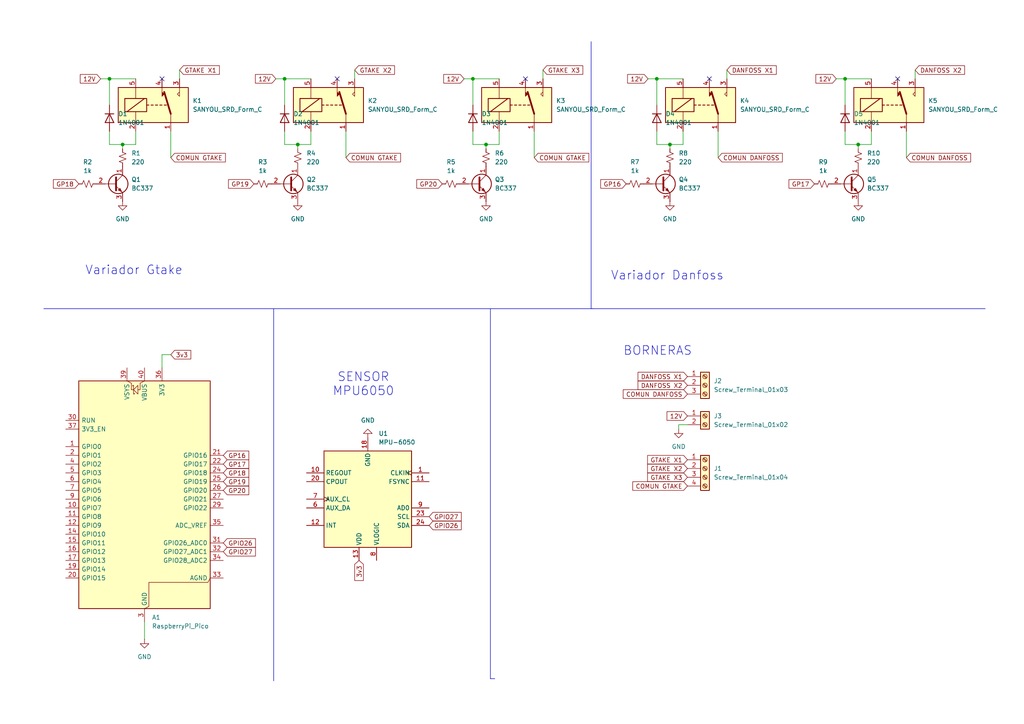
<source format=kicad_sch>
(kicad_sch (version 20250114) (generator "eeschema") (generator_version "9.0")
  (paper "A4")
  (lib_symbols
    (symbol "Connector:Screw_Terminal_01x02" (pin_names (offset 1.016) (hide yes))
      (property "Reference" "J" (at 0 2.54 0))
      (property "Value" "Screw_Terminal_01x02" (at 0 -5.08 0))
      (symbol "Screw_Terminal_01x02_1_1"
        (rectangle (start -1.27 1.27) (end 1.27 -3.81) (stroke (width 0.254)) (fill (type background)))
        (polyline (pts (xy -0.5334 0.3302) (xy 0.3302 -0.508)) (stroke (width 0.1524)))
        (polyline (pts (xy -0.5334 -2.2098) (xy 0.3302 -3.048)) (stroke (width 0.1524)))
        (polyline (pts (xy -0.3556 0.508) (xy 0.508 -0.3302)) (stroke (width 0.1524)))
        (polyline (pts (xy -0.3556 -2.032) (xy 0.508 -2.8702)) (stroke (width 0.1524)))
        (circle (center 0 0) (radius 0.635) (stroke (width 0.1524)))
        (circle (center 0 -2.54) (radius 0.635) (stroke (width 0.1524)))
        (pin passive line (at -5.08 0 0) (length 3.81) (name "Pin_1") (number "1"))
        (pin passive line (at -5.08 -2.54 0) (length 3.81) (name "Pin_2") (number "2"))
      )
    )
    (symbol "Connector:Screw_Terminal_01x03" (pin_names (offset 1.016) (hide yes))
      (property "Reference" "J" (at 0 5.08 0))
      (property "Value" "Screw_Terminal_01x03" (at 0 -5.08 0))
      (symbol "Screw_Terminal_01x03_1_1"
        (rectangle (start -1.27 3.81) (end 1.27 -3.81) (stroke (width 0.254)) (fill (type background)))
        (polyline (pts (xy -0.5334 2.8702) (xy 0.3302 2.032)) (stroke (width 0.1524)))
        (polyline (pts (xy -0.5334 0.3302) (xy 0.3302 -0.508)) (stroke (width 0.1524)))
        (polyline (pts (xy -0.5334 -2.2098) (xy 0.3302 -3.048)) (stroke (width 0.1524)))
        (polyline (pts (xy -0.3556 3.048) (xy 0.508 2.2098)) (stroke (width 0.1524)))
        (polyline (pts (xy -0.3556 0.508) (xy 0.508 -0.3302)) (stroke (width 0.1524)))
        (polyline (pts (xy -0.3556 -2.032) (xy 0.508 -2.8702)) (stroke (width 0.1524)))
        (circle (center 0 2.54) (radius 0.635) (stroke (width 0.1524)))
        (circle (center 0 0) (radius 0.635) (stroke (width 0.1524)))
        (circle (center 0 -2.54) (radius 0.635) (stroke (width 0.1524)))
        (pin passive line (at -5.08 2.54 0) (length 3.81) (name "Pin_1") (number "1"))
        (pin passive line (at -5.08 0 0) (length 3.81) (name "Pin_2") (number "2"))
        (pin passive line (at -5.08 -2.54 0) (length 3.81) (name "Pin_3") (number "3"))
      )
    )
    (symbol "Connector:Screw_Terminal_01x04" (pin_names (offset 1.016) (hide yes))
      (property "Reference" "J" (at 0 5.08 0))
      (property "Value" "Screw_Terminal_01x04" (at 0 -7.62 0))
      (symbol "Screw_Terminal_01x04_1_1"
        (rectangle (start -1.27 3.81) (end 1.27 -6.35) (stroke (width 0.254)) (fill (type background)))
        (polyline (pts (xy -0.5334 2.8702) (xy 0.3302 2.032)) (stroke (width 0.1524)))
        (polyline (pts (xy -0.5334 0.3302) (xy 0.3302 -0.508)) (stroke (width 0.1524)))
        (polyline (pts (xy -0.5334 -2.2098) (xy 0.3302 -3.048)) (stroke (width 0.1524)))
        (polyline (pts (xy -0.5334 -4.7498) (xy 0.3302 -5.588)) (stroke (width 0.1524)))
        (polyline (pts (xy -0.3556 3.048) (xy 0.508 2.2098)) (stroke (width 0.1524)))
        (polyline (pts (xy -0.3556 0.508) (xy 0.508 -0.3302)) (stroke (width 0.1524)))
        (polyline (pts (xy -0.3556 -2.032) (xy 0.508 -2.8702)) (stroke (width 0.1524)))
        (polyline (pts (xy -0.3556 -4.572) (xy 0.508 -5.4102)) (stroke (width 0.1524)))
        (circle (center 0 2.54) (radius 0.635) (stroke (width 0.1524)))
        (circle (center 0 0) (radius 0.635) (stroke (width 0.1524)))
        (circle (center 0 -2.54) (radius 0.635) (stroke (width 0.1524)))
        (circle (center 0 -5.08) (radius 0.635) (stroke (width 0.1524)))
        (pin passive line (at -5.08 2.54 0) (length 3.81) (name "Pin_1") (number "1"))
        (pin passive line (at -5.08 0 0) (length 3.81) (name "Pin_2") (number "2"))
        (pin passive line (at -5.08 -2.54 0) (length 3.81) (name "Pin_3") (number "3"))
        (pin passive line (at -5.08 -5.08 0) (length 3.81) (name "Pin_4") (number "4"))
      )
    )
    (symbol "Device:R_Small_US" (pin_numbers (hide yes)) (pin_names (offset 0.254) (hide yes))
      (property "Reference" "R" (at 0.762 0.508 0))
      (property "Value" "R_Small_US" (at 0.762 -1.016 0))
      (symbol "R_Small_US_1_1"
        (polyline (pts (xy 0 1.524) (xy 1.016 1.143) (xy 0 0.762) (xy -1.016 0.381) (xy 0 0)))
        (polyline (pts (xy 0 0) (xy 1.016 -0.381) (xy 0 -0.762) (xy -1.016 -1.143) (xy 0 -1.524)))
        (pin passive line (at 0 2.54 270) (length 1.016) (name "~") (number "1"))
        (pin passive line (at 0 -2.54 90) (length 1.016) (name "~") (number "2"))
      )
    )
    (symbol "Diode:1N4001" (pin_numbers (hide yes)) (pin_names (hide yes))
      (property "Reference" "D" (at 0 2.54 0))
      (property "Value" "1N4001" (at 0 -2.54 0))
      (symbol "1N4001_0_1"
        (polyline (pts (xy -1.27 1.27) (xy -1.27 -1.27)) (stroke (width 0.254)))
        (polyline (pts (xy 1.27 1.27) (xy 1.27 -1.27) (xy -1.27 0) (xy 1.27 1.27)) (stroke (width 0.254)))
        (polyline (pts (xy 1.27 0) (xy -1.27 0)))
      )
      (symbol "1N4001_1_1"
        (pin passive line (at -3.81 0 0) (length 2.54) (name "K") (number "1"))
        (pin passive line (at 3.81 0 180) (length 2.54) (name "A") (number "2"))
      )
    )
    (symbol "MCU_Module:RaspberryPi_Pico" (pin_names (offset 0.762))
      (property "Reference" "A" (at -19.05 35.56 0))
      (property "Value" "RaspberryPi_Pico" (at 7.62 35.56 0))
      (symbol "RaspberryPi_Pico_0_1"
        (rectangle (start -19.05 34.29) (end 19.05 -31.75) (stroke (width 0.254)) (fill (type background)))
        (polyline (pts (xy -5.08 34.29) (xy -3.81 33.655) (xy -3.81 31.75) (xy -3.175 31.75)))
        (polyline (pts (xy -3.429 32.766) (xy -3.429 33.02) (xy -3.175 33.02) (xy -3.175 30.48) (xy -2.921 30.48) (xy -2.921 30.734)))
        (polyline (pts (xy -3.175 31.75) (xy -1.905 33.02) (xy -1.905 30.48) (xy -3.175 31.75)))
        (polyline (pts (xy 0 34.29) (xy -1.27 33.655) (xy -1.27 31.75) (xy -1.905 31.75)))
        (polyline (pts (xy 0 -31.75) (xy 1.27 -31.115) (xy 1.27 -24.13) (xy 18.415 -24.13) (xy 19.05 -22.86)))
      )
      (symbol "RaspberryPi_Pico_1_1"
        (pin passive line (at -22.86 22.86 0) (length 3.81) (name "RUN") (number "30"))
        (pin passive line (at -22.86 20.32 0) (length 3.81) (name "3V3_EN") (number "37"))
        (pin bidirectional line (at -22.86 15.24 0) (length 3.81) (name "GPIO0") (number "1"))
        (pin bidirectional line (at -22.86 12.7 0) (length 3.81) (name "GPIO1") (number "2"))
        (pin bidirectional line (at -22.86 10.16 0) (length 3.81) (name "GPIO2") (number "4"))
        (pin bidirectional line (at -22.86 7.62 0) (length 3.81) (name "GPIO3") (number "5"))
        (pin bidirectional line (at -22.86 5.08 0) (length 3.81) (name "GPIO4") (number "6"))
        (pin bidirectional line (at -22.86 2.54 0) (length 3.81) (name "GPIO5") (number "7"))
        (pin bidirectional line (at -22.86 0 0) (length 3.81) (name "GPIO6") (number "9"))
        (pin bidirectional line (at -22.86 -2.54 0) (length 3.81) (name "GPIO7") (number "10"))
        (pin bidirectional line (at -22.86 -5.08 0) (length 3.81) (name "GPIO8") (number "11"))
        (pin bidirectional line (at -22.86 -7.62 0) (length 3.81) (name "GPIO9") (number "12"))
        (pin bidirectional line (at -22.86 -10.16 0) (length 3.81) (name "GPIO10") (number "14"))
        (pin bidirectional line (at -22.86 -12.7 0) (length 3.81) (name "GPIO11") (number "15"))
        (pin bidirectional line (at -22.86 -15.24 0) (length 3.81) (name "GPIO12") (number "16"))
        (pin bidirectional line (at -22.86 -17.78 0) (length 3.81) (name "GPIO13") (number "17"))
        (pin bidirectional line (at -22.86 -20.32 0) (length 3.81) (name "GPIO14") (number "19"))
        (pin bidirectional line (at -22.86 -22.86 0) (length 3.81) (name "GPIO15") (number "20"))
        (pin power_in line (at -5.08 38.1 270) (length 3.81) (name "VSYS") (number "39"))
        (pin power_out line (at 0 38.1 270) (length 3.81) (name "VBUS") (number "40"))
        (pin passive line (at 0 -35.56 90) (length 3.81) (hide yes) (name "GND") (number "13"))
        (pin passive line (at 0 -35.56 90) (length 3.81) (hide yes) (name "GND") (number "18"))
        (pin passive line (at 0 -35.56 90) (length 3.81) (hide yes) (name "GND") (number "23"))
        (pin passive line (at 0 -35.56 90) (length 3.81) (hide yes) (name "GND") (number "28"))
        (pin power_out line (at 0 -35.56 90) (length 3.81) (name "GND") (number "3"))
        (pin passive line (at 0 -35.56 90) (length 3.81) (hide yes) (name "GND") (number "38"))
        (pin passive line (at 0 -35.56 90) (length 3.81) (hide yes) (name "GND") (number "8"))
        (pin power_out line (at 5.08 38.1 270) (length 3.81) (name "3V3") (number "36"))
        (pin bidirectional line (at 22.86 12.7 180) (length 3.81) (name "GPIO16") (number "21"))
        (pin bidirectional line (at 22.86 10.16 180) (length 3.81) (name "GPIO17") (number "22"))
        (pin bidirectional line (at 22.86 7.62 180) (length 3.81) (name "GPIO18") (number "24"))
        (pin bidirectional line (at 22.86 5.08 180) (length 3.81) (name "GPIO19") (number "25"))
        (pin bidirectional line (at 22.86 2.54 180) (length 3.81) (name "GPIO20") (number "26"))
        (pin bidirectional line (at 22.86 0 180) (length 3.81) (name "GPIO21") (number "27"))
        (pin bidirectional line (at 22.86 -2.54 180) (length 3.81) (name "GPIO22") (number "29"))
        (pin power_in line (at 22.86 -7.62 180) (length 3.81) (name "ADC_VREF") (number "35"))
        (pin bidirectional line (at 22.86 -12.7 180) (length 3.81) (name "GPIO26_ADC0") (number "31"))
        (pin bidirectional line (at 22.86 -15.24 180) (length 3.81) (name "GPIO27_ADC1") (number "32"))
        (pin bidirectional line (at 22.86 -17.78 180) (length 3.81) (name "GPIO28_ADC2") (number "34"))
        (pin power_out line (at 22.86 -22.86 180) (length 3.81) (name "AGND") (number "33"))
      )
    )
    (symbol "Relay:SANYOU_SRD_Form_C"
      (property "Reference" "K" (at 11.43 3.81 0))
      (property "Value" "SANYOU_SRD_Form_C" (at 11.43 1.27 0))
      (symbol "SANYOU_SRD_Form_C_0_0"
        (polyline (pts (xy 7.62 5.08) (xy 7.62 2.54) (xy 6.985 3.175) (xy 7.62 3.81)))
      )
      (symbol "SANYOU_SRD_Form_C_0_1"
        (rectangle (start -10.16 5.08) (end 10.16 -5.08) (stroke (width 0.254)) (fill (type background)))
        (rectangle (start -8.255 1.905) (end -1.905 -1.905) (stroke (width 0.254)))
        (polyline (pts (xy -7.62 -1.905) (xy -2.54 1.905)) (stroke (width 0.254)))
        (polyline (pts (xy -5.08 5.08) (xy -5.08 1.905)))
        (polyline (pts (xy -5.08 -5.08) (xy -5.08 -1.905)))
        (polyline (pts (xy -1.905 0) (xy -1.27 0)) (stroke (width 0.254)))
        (polyline (pts (xy -0.635 0) (xy 0 0)) (stroke (width 0.254)))
        (polyline (pts (xy 0.635 0) (xy 1.27 0)) (stroke (width 0.254)))
        (polyline (pts (xy 1.905 0) (xy 2.54 0)) (stroke (width 0.254)))
        (polyline (pts (xy 3.175 0) (xy 3.81 0)) (stroke (width 0.254)))
        (polyline (pts (xy 5.08 -2.54) (xy 3.175 3.81)) (stroke (width 0.508)))
        (polyline (pts (xy 5.08 -2.54) (xy 5.08 -5.08)))
      )
      (symbol "SANYOU_SRD_Form_C_1_1"
        (polyline (pts (xy 2.54 3.81) (xy 3.175 3.175) (xy 2.54 2.54) (xy 2.54 5.08)) (fill (type outline)))
        (pin passive line (at -5.08 7.62 270) (length 2.54) (name "~") (number "5"))
        (pin passive line (at -5.08 -7.62 90) (length 2.54) (name "~") (number "2"))
        (pin passive line (at 2.54 7.62 270) (length 2.54) (name "~") (number "4"))
        (pin passive line (at 5.08 -7.62 90) (length 2.54) (name "~") (number "1"))
        (pin passive line (at 7.62 7.62 270) (length 2.54) (name "~") (number "3"))
      )
    )
    (symbol "Sensor_Motion:MPU-6050"
      (property "Reference" "U" (at -11.43 13.97 0))
      (property "Value" "MPU-6050" (at 7.62 -15.24 0))
      (symbol "MPU-6050_0_1"
        (rectangle (start -12.7 13.97) (end 12.7 -13.97) (stroke (width 0.254)) (fill (type background)))
      )
      (symbol "MPU-6050_1_1"
        (pin bidirectional line (at -17.78 7.62 0) (length 5.08) (name "SDA") (number "24"))
        (pin input line (at -17.78 5.08 0) (length 5.08) (name "SCL") (number "23"))
        (pin input line (at -17.78 2.54 0) (length 5.08) (name "AD0") (number "9"))
        (pin input line (at -17.78 -5.08 0) (length 5.08) (name "FSYNC") (number "11"))
        (pin input clock (at -17.78 -7.62 0) (length 5.08) (name "CLKIN") (number "1"))
        (pin no_connect line (at -12.7 12.7 0) (length 2.54) (hide yes) (name "NC") (number "2"))
        (pin no_connect line (at -12.7 10.16 0) (length 2.54) (hide yes) (name "NC") (number "3"))
        (pin no_connect line (at -12.7 0 0) (length 2.54) (hide yes) (name "NC") (number "4"))
        (pin no_connect line (at -12.7 -2.54 0) (length 2.54) (hide yes) (name "NC") (number "5"))
        (pin no_connect line (at -12.7 -10.16 0) (length 2.54) (hide yes) (name "NC") (number "14"))
        (pin power_in line (at -2.54 17.78 270) (length 3.81) (name "VLOGIC") (number "8"))
        (pin power_in line (at 0 -17.78 90) (length 3.81) (name "GND") (number "18"))
        (pin power_in line (at 2.54 17.78 270) (length 3.81) (name "VDD") (number "13"))
        (pin no_connect line (at 12.7 12.7 180) (length 2.54) (hide yes) (name "NC") (number "15"))
        (pin no_connect line (at 12.7 10.16 180) (length 2.54) (hide yes) (name "NC") (number "16"))
        (pin no_connect line (at 12.7 5.08 180) (length 2.54) (hide yes) (name "NC") (number "17"))
        (pin no_connect line (at 12.7 -2.54 180) (length 2.54) (hide yes) (name "RESV") (number "21"))
        (pin no_connect line (at 12.7 -10.16 180) (length 2.54) (hide yes) (name "RESV") (number "19"))
        (pin no_connect line (at 12.7 -12.7 180) (length 2.54) (hide yes) (name "RESV") (number "22"))
        (pin output line (at 17.78 7.62 180) (length 5.08) (name "INT") (number "12"))
        (pin bidirectional line (at 17.78 2.54 180) (length 5.08) (name "AUX_DA") (number "6"))
        (pin output clock (at 17.78 0 180) (length 5.08) (name "AUX_CL") (number "7"))
        (pin passive line (at 17.78 -5.08 180) (length 5.08) (name "CPOUT") (number "20"))
        (pin passive line (at 17.78 -7.62 180) (length 5.08) (name "REGOUT") (number "10"))
      )
    )
    (symbol "Transistor_BJT:BC337" (pin_names (offset 0) (hide yes))
      (property "Reference" "Q" (at 5.08 1.905 0))
      (property "Value" "BC337" (at 5.08 0 0))
      (symbol "BC337_0_1"
        (polyline (pts (xy -2.54 0) (xy 0.635 0)))
        (polyline (pts (xy 0.635 1.905) (xy 0.635 -1.905)) (stroke (width 0.508)))
        (circle (center 1.27 0) (radius 2.8194) (stroke (width 0.254)))
      )
      (symbol "BC337_1_1"
        (polyline (pts (xy 0.635 0.635) (xy 2.54 2.54)))
        (polyline (pts (xy 0.635 -0.635) (xy 2.54 -2.54)))
        (polyline (pts (xy 1.27 -1.778) (xy 1.778 -1.27) (xy 2.286 -2.286) (xy 1.27 -1.778)) (fill (type outline)))
        (pin input line (at -5.08 0 0) (length 2.54) (name "B") (number "2"))
        (pin passive line (at 2.54 5.08 270) (length 2.54) (name "C") (number "1"))
        (pin passive line (at 2.54 -5.08 90) (length 2.54) (name "E") (number "3"))
      )
    )
    (symbol "power:GND" (power) (pin_numbers (hide yes)) (pin_names (offset 0) (hide yes))
      (property "Value" "GND" (at 0 -3.81 0))
      (symbol "GND_0_1"
        (polyline (pts (xy 0 0) (xy 0 -1.27) (xy 1.27 -1.27) (xy 0 -2.54) (xy -1.27 -1.27) (xy 0 -1.27)))
      )
      (symbol "GND_1_1"
        (pin power_in line (at 0 0 270) (length 0) (name "~") (number "1"))
      )
    )
  )
  (text "SENSOR\nMPU6050\n" (at 105.41 111.506 0) (effects (font (size 2.54 2.54))))
  (text "Variador Gtake\n\n" (at 38.862 80.518 0) (effects (font (size 2.54 2.54))))
  (text "Variador Danfoss\n" (at 193.548 80.01 0) (effects (font (size 2.54 2.54))))
  (text "BORNERAS\n" (at 190.754 101.854 0) (effects (font (size 2.54 2.54))))
  (junction (at 35.56 41.91))
  (junction (at 86.36 41.91))
  (junction (at 31.75 22.86))
  (junction (at 140.97 41.91))
  (junction (at 194.31 41.91))
  (junction (at 82.55 22.86))
  (junction (at 190.5 22.86))
  (junction (at 248.92 41.91))
  (junction (at 245.11 22.86))
  (junction (at 137.16 22.86))
  (no_connect (at 97.79 22.86))
  (no_connect (at 46.99 22.86))
  (no_connect (at 205.74 22.86))
  (no_connect (at 152.4 22.86))
  (no_connect (at 260.35 22.86))
  (wire (pts (xy 137.16 41.91) (xy 140.97 41.91)))
  (wire (pts (xy 52.07 20.32) (xy 52.07 22.86)))
  (wire (pts (xy 41.91 180.34) (xy 41.91 185.42)))
  (wire (pts (xy 190.5 22.86) (xy 190.5 30.48)))
  (wire (pts (xy 208.28 38.1) (xy 208.28 45.72)))
  (wire (pts (xy 137.16 22.86) (xy 144.78 22.86)))
  (wire (pts (xy 245.11 38.1) (xy 245.11 41.91)))
  (wire (pts (xy 137.16 22.86) (xy 137.16 30.48)))
  (wire (pts (xy 35.56 41.91) (xy 35.56 43.18)))
  (wire (pts (xy 31.75 22.86) (xy 31.75 30.48)))
  (wire (pts (xy 154.94 38.1) (xy 154.94 45.72)))
  (wire (pts (xy 86.36 41.91) (xy 90.17 41.91)))
  (wire (pts (xy 102.87 20.32) (xy 102.87 22.86)))
  (wire (pts (xy 210.82 20.32) (xy 210.82 22.86)))
  (wire (pts (xy 31.75 38.1) (xy 31.75 41.91)))
  (wire (pts (xy 100.33 38.1) (xy 100.33 45.72)))
  (wire (pts (xy 82.55 41.91) (xy 86.36 41.91)))
  (wire (pts (xy 196.85 123.19) (xy 196.85 124.46)))
  (polyline (pts (xy 171.45 12.065) (xy 171.45 89.535)))
  (wire (pts (xy 82.55 22.86) (xy 82.55 30.48)))
  (wire (pts (xy 245.11 41.91) (xy 248.92 41.91)))
  (polyline (pts (xy 12.7 89.535) (xy 285.75 89.535)))
  (wire (pts (xy 39.37 41.91) (xy 39.37 38.1)))
  (wire (pts (xy 194.31 41.91) (xy 194.31 43.18)))
  (wire (pts (xy 190.5 22.86) (xy 198.12 22.86)))
  (wire (pts (xy 86.36 41.91) (xy 86.36 43.18)))
  (wire (pts (xy 82.55 38.1) (xy 82.55 41.91)))
  (wire (pts (xy 248.92 41.91) (xy 252.73 41.91)))
  (wire (pts (xy 46.99 106.68) (xy 46.99 102.87)))
  (wire (pts (xy 187.96 22.86) (xy 190.5 22.86)))
  (wire (pts (xy 252.73 41.91) (xy 252.73 38.1)))
  (wire (pts (xy 199.39 123.19) (xy 196.85 123.19)))
  (wire (pts (xy 242.57 22.86) (xy 245.11 22.86)))
  (wire (pts (xy 248.92 41.91) (xy 248.92 43.18)))
  (wire (pts (xy 46.99 102.87) (xy 49.53 102.87)))
  (wire (pts (xy 82.55 22.86) (xy 90.17 22.86)))
  (polyline (pts (xy 142.24 196.85) (xy 143.51 196.85)))
  (wire (pts (xy 194.31 41.91) (xy 198.12 41.91)))
  (wire (pts (xy 190.5 41.91) (xy 194.31 41.91)))
  (wire (pts (xy 190.5 38.1) (xy 190.5 41.91)))
  (wire (pts (xy 265.43 20.32) (xy 265.43 22.86)))
  (wire (pts (xy 49.53 38.1) (xy 49.53 45.72)))
  (wire (pts (xy 80.01 22.86) (xy 82.55 22.86)))
  (polyline (pts (xy 79.375 89.535) (xy 79.375 197.485)))
  (wire (pts (xy 134.62 22.86) (xy 137.16 22.86)))
  (wire (pts (xy 140.97 41.91) (xy 140.97 43.18)))
  (wire (pts (xy 245.11 22.86) (xy 245.11 30.48)))
  (wire (pts (xy 90.17 41.91) (xy 90.17 38.1)))
  (wire (pts (xy 198.12 41.91) (xy 198.12 38.1)))
  (wire (pts (xy 245.11 22.86) (xy 252.73 22.86)))
  (wire (pts (xy 157.48 20.32) (xy 157.48 22.86)))
  (polyline (pts (xy 142.24 89.535) (xy 142.24 196.85)))
  (wire (pts (xy 144.78 41.91) (xy 144.78 38.1)))
  (wire (pts (xy 35.56 41.91) (xy 39.37 41.91)))
  (wire (pts (xy 29.21 22.86) (xy 31.75 22.86)))
  (wire (pts (xy 137.16 38.1) (xy 137.16 41.91)))
  (wire (pts (xy 262.89 38.1) (xy 262.89 45.72)))
  (polyline (pts (xy 171.45 89.535) (xy 172.085 89.535)))
  (wire (pts (xy 31.75 41.91) (xy 35.56 41.91)))
  (wire (pts (xy 140.97 41.91) (xy 144.78 41.91)))
  (wire (pts (xy 31.75 22.86) (xy 39.37 22.86)))
  (global_label "12V" (shape input) (at 29.21 22.86 180) (property "Intersheetrefs" "${INTERSHEET_REFS}" (effects (hide yes))))
  (global_label "GPIO27" (shape input) (at 64.77 160.02 0) (property "Intersheetrefs" "${INTERSHEET_REFS}" (effects (hide yes))))
  (global_label "COMUN GTAKE" (shape input) (at 100.33 45.72 0) (property "Intersheetrefs" "${INTERSHEET_REFS}" (effects (hide yes))))
  (global_label "3v3" (shape input) (at 49.53 102.87 0) (property "Intersheetrefs" "${INTERSHEET_REFS}" (effects (hide yes))))
  (global_label "GP17" (shape input) (at 64.77 134.62 0) (property "Intersheetrefs" "${INTERSHEET_REFS}" (effects (hide yes))))
  (global_label "GTAKE X3" (shape input) (at 157.48 20.32 0) (property "Intersheetrefs" "${INTERSHEET_REFS}" (effects (hide yes))))
  (global_label "12V" (shape input) (at 187.96 22.86 180) (property "Intersheetrefs" "${INTERSHEET_REFS}" (effects (hide yes))))
  (global_label "12V" (shape input) (at 134.62 22.86 180) (property "Intersheetrefs" "${INTERSHEET_REFS}" (effects (hide yes))))
  (global_label "GP16" (shape input) (at 64.77 132.08 0) (property "Intersheetrefs" "${INTERSHEET_REFS}" (effects (hide yes))))
  (global_label "GTAKE X1" (shape input) (at 199.39 133.35 180) (property "Intersheetrefs" "${INTERSHEET_REFS}" (effects (hide yes))))
  (global_label "12V" (shape input) (at 242.57 22.86 180) (property "Intersheetrefs" "${INTERSHEET_REFS}" (effects (hide yes))))
  (global_label "GP20" (shape input) (at 64.77 142.24 0) (property "Intersheetrefs" "${INTERSHEET_REFS}" (effects (hide yes))))
  (global_label "GP18" (shape input) (at 22.86 53.34 180) (property "Intersheetrefs" "${INTERSHEET_REFS}" (effects (hide yes))))
  (global_label "GP18" (shape input) (at 64.77 137.16 0) (property "Intersheetrefs" "${INTERSHEET_REFS}" (effects (hide yes))))
  (global_label "COMUN DANFOSS" (shape input) (at 262.89 45.72 0) (property "Intersheetrefs" "${INTERSHEET_REFS}" (effects (hide yes))))
  (global_label "COMUN DANFOSS" (shape input) (at 208.28 45.72 0) (property "Intersheetrefs" "${INTERSHEET_REFS}" (effects (hide yes))))
  (global_label "GTAKE X1" (shape input) (at 52.07 20.32 0) (property "Intersheetrefs" "${INTERSHEET_REFS}" (effects (hide yes))))
  (global_label "COMUN GTAKE" (shape input) (at 199.39 140.97 180) (property "Intersheetrefs" "${INTERSHEET_REFS}" (effects (hide yes))))
  (global_label "DANFOSS X2" (shape input) (at 199.39 111.76 180) (property "Intersheetrefs" "${INTERSHEET_REFS}" (effects (hide yes))))
  (global_label "COMUN GTAKE" (shape input) (at 154.94 45.72 0) (property "Intersheetrefs" "${INTERSHEET_REFS}" (effects (hide yes))))
  (global_label "GP19" (shape input) (at 64.77 139.7 0) (property "Intersheetrefs" "${INTERSHEET_REFS}" (effects (hide yes))))
  (global_label "DANFOSS X1" (shape input) (at 210.82 20.32 0) (property "Intersheetrefs" "${INTERSHEET_REFS}" (effects (hide yes))))
  (global_label "12V" (shape input) (at 80.01 22.86 180) (property "Intersheetrefs" "${INTERSHEET_REFS}" (effects (hide yes))))
  (global_label "COMUN DANFOSS" (shape input) (at 199.39 114.3 180) (property "Intersheetrefs" "${INTERSHEET_REFS}" (effects (hide yes))))
  (global_label "GPIO26" (shape input) (at 64.77 157.48 0) (property "Intersheetrefs" "${INTERSHEET_REFS}" (effects (hide yes))))
  (global_label "GP17" (shape input) (at 236.22 53.34 180) (property "Intersheetrefs" "${INTERSHEET_REFS}" (effects (hide yes))))
  (global_label "GTAKE X2" (shape input) (at 199.39 135.89 180) (property "Intersheetrefs" "${INTERSHEET_REFS}" (effects (hide yes))))
  (global_label "GPIO27" (shape input) (at 124.46 149.86 0) (property "Intersheetrefs" "${INTERSHEET_REFS}" (effects (hide yes))))
  (global_label "COMUN GTAKE" (shape input) (at 49.53 45.72 0) (property "Intersheetrefs" "${INTERSHEET_REFS}" (effects (hide yes))))
  (global_label "GTAKE X3" (shape input) (at 199.39 138.43 180) (property "Intersheetrefs" "${INTERSHEET_REFS}" (effects (hide yes))))
  (global_label "3v3" (shape input) (at 104.14 162.56 270) (property "Intersheetrefs" "${INTERSHEET_REFS}" (effects (hide yes))))
  (global_label "DANFOSS X1" (shape input) (at 199.39 109.22 180) (property "Intersheetrefs" "${INTERSHEET_REFS}" (effects (hide yes))))
  (global_label "GPIO26" (shape input) (at 124.46 152.4 0) (property "Intersheetrefs" "${INTERSHEET_REFS}" (effects (hide yes))))
  (global_label "GP19" (shape input) (at 73.66 53.34 180) (property "Intersheetrefs" "${INTERSHEET_REFS}" (effects (hide yes))))
  (global_label "GP20" (shape input) (at 128.27 53.34 180) (property "Intersheetrefs" "${INTERSHEET_REFS}" (effects (hide yes))))
  (global_label "GP16" (shape input) (at 181.61 53.34 180) (property "Intersheetrefs" "${INTERSHEET_REFS}" (effects (hide yes))))
  (global_label "GTAKE X2" (shape input) (at 102.87 20.32 0) (property "Intersheetrefs" "${INTERSHEET_REFS}" (effects (hide yes))))
  (global_label "DANFOSS X2" (shape input) (at 265.43 20.32 0) (property "Intersheetrefs" "${INTERSHEET_REFS}" (effects (hide yes))))
  (global_label "12V" (shape input) (at 199.39 120.65 180) (property "Intersheetrefs" "${INTERSHEET_REFS}" (effects (hide yes))))
  (symbol (lib_id "power:GND") (at 140.97 58.42 0) (unit 1)
    (property "Reference" "#PWR02" (effects (hide yes)))
    (property "Value" "GND" (at 140.97 63.5 0))
    (property "Description" "Power symbol creates a global label with name \"GND\" , ground" (effects (hide yes)))
  )
  (symbol (lib_id "Transistor_BJT:BC337") (at 83.82 53.34 0) (unit 1)
    (property "Reference" "Q2" (at 88.9 52.0699 0) (effects (justify left)))
    (property "Value" "BC337" (at 88.9 54.6099 0) (effects (justify left)))
    (property "Footprint" "Package_TO_SOT_THT:TO-92_Inline" (effects (hide yes)))
    (property "Datasheet" "https://diotec.com/tl_files/diotec/files/pdf/datasheets/bc337.pdf" (effects (hide yes)))
    (property "Description" "0.8A Ic, 45V Vce, NPN Transistor, TO-92" (effects (hide yes)))
  )
  (symbol (lib_id "Device:R_Small_US") (at 130.81 53.34 90) (unit 1)
    (property "Reference" "R5" (at 130.81 46.99 90))
    (property "Value" "1k" (at 130.81 49.53 90))
    (property "Description" "Resistor, small US symbol" (effects (hide yes)))
  )
  (symbol (lib_id "Relay:SANYOU_SRD_Form_C") (at 257.81 30.48 0) (unit 1)
    (property "Reference" "K5" (at 269.24 29.2099 0) (effects (justify left)))
    (property "Value" "SANYOU_SRD_Form_C" (at 269.24 31.7499 0) (effects (justify left)))
    (property "Footprint" "Relay_THT:Relay_SPDT_SANYOU_SRD_Series_Form_C" (effects (hide yes)))
    (property "Datasheet" "http://www.sanyourelay.ca/public/products/pdf/SRD.pdf" (effects (hide yes)))
    (property "Description" "Sanyo SRD relay, Single Pole Miniature Power Relay," (effects (hide yes)))
  )
  (symbol (lib_id "Connector:Screw_Terminal_01x04") (at 204.47 135.89 0) (unit 1)
    (property "Reference" "J1" (at 207.01 135.8899 0) (effects (justify left)))
    (property "Value" "Screw_Terminal_01x04" (at 207.01 138.4299 0) (effects (justify left)))
    (property "Description" "Generic screw terminal, single row, 01x04, script generated (kicad-library-utils/schlib/autogen/connector/)" (effects (hide yes)))
  )
  (symbol (lib_id "Device:R_Small_US") (at 184.15 53.34 90) (unit 1)
    (property "Reference" "R7" (at 184.15 46.99 90))
    (property "Value" "1k" (at 184.15 49.53 90))
    (property "Description" "Resistor, small US symbol" (effects (hide yes)))
  )
  (symbol (lib_id "Relay:SANYOU_SRD_Form_C") (at 44.45 30.48 0) (unit 1)
    (property "Reference" "K1" (at 55.88 29.2099 0) (effects (justify left)))
    (property "Value" "SANYOU_SRD_Form_C" (at 55.88 31.7499 0) (effects (justify left)))
    (property "Footprint" "Relay_THT:Relay_SPDT_SANYOU_SRD_Series_Form_C" (effects (hide yes)))
    (property "Datasheet" "http://www.sanyourelay.ca/public/products/pdf/SRD.pdf" (effects (hide yes)))
    (property "Description" "Sanyo SRD relay, Single Pole Miniature Power Relay," (effects (hide yes)))
  )
  (symbol (lib_id "Device:R_Small_US") (at 140.97 45.72 0) (unit 1)
    (property "Reference" "R6" (at 143.51 44.4499 0) (effects (justify left)))
    (property "Value" "220" (at 143.51 46.9899 0) (effects (justify left)))
    (property "Description" "Resistor, small US symbol" (effects (hide yes)))
  )
  (symbol (lib_id "Sensor_Motion:MPU-6050") (at 106.68 144.78 180) (unit 1)
    (property "Reference" "U1" (at 109.7981 125.73 0) (effects (justify right)))
    (property "Value" "MPU-6050" (at 109.7981 128.27 0) (effects (justify right)))
    (property "Footprint" "Sensor_Motion:InvenSense_QFN-24_4x4mm_P0.5mm" (effects (hide yes)))
    (property "Datasheet" "https://invensense.tdk.com/wp-content/uploads/2015/02/MPU-6000-Datasheet1.pdf" (effects (hide yes)))
    (property "Description" "InvenSense 6-Axis Motion Sensor, Gyroscope, Accelerometer, I2C" (effects (hide yes)))
  )
  (symbol (lib_id "Diode:1N4001") (at 31.75 34.29 270) (unit 1)
    (property "Reference" "D1" (at 34.29 33.0199 90) (effects (justify left)))
    (property "Value" "1N4001" (at 34.29 35.5599 90) (effects (justify left)))
    (property "Footprint" "Diode_THT:D_DO-41_SOD81_P10.16mm_Horizontal" (effects (hide yes)))
    (property "Datasheet" "http://www.vishay.com/docs/88503/1n4001.pdf" (effects (hide yes)))
    (property "Description" "50V 1A General Purpose Rectifier Diode, DO-41" (effects (hide yes)))
    (property "Sim.Device" "D" (effects (hide yes)))
    (property "Sim.Pins" "1=K 2=A" (effects (hide yes)))
  )
  (symbol (lib_id "Diode:1N4001") (at 137.16 34.29 270) (unit 1)
    (property "Reference" "D3" (at 139.7 33.0199 90) (effects (justify left)))
    (property "Value" "1N4001" (at 139.7 35.5599 90) (effects (justify left)))
    (property "Footprint" "Diode_THT:D_DO-41_SOD81_P10.16mm_Horizontal" (effects (hide yes)))
    (property "Datasheet" "http://www.vishay.com/docs/88503/1n4001.pdf" (effects (hide yes)))
    (property "Description" "50V 1A General Purpose Rectifier Diode, DO-41" (effects (hide yes)))
    (property "Sim.Device" "D" (effects (hide yes)))
    (property "Sim.Pins" "1=K 2=A" (effects (hide yes)))
  )
  (symbol (lib_id "power:GND") (at 35.56 58.42 0) (unit 1)
    (property "Reference" "#PWR06" (effects (hide yes)))
    (property "Value" "GND" (at 35.56 63.5 0))
    (property "Description" "Power symbol creates a global label with name \"GND\" , ground" (effects (hide yes)))
  )
  (symbol (lib_id "Relay:SANYOU_SRD_Form_C") (at 149.86 30.48 0) (unit 1)
    (property "Reference" "K3" (at 161.29 29.2099 0) (effects (justify left)))
    (property "Value" "SANYOU_SRD_Form_C" (at 161.29 31.7499 0) (effects (justify left)))
    (property "Footprint" "Relay_THT:Relay_SPDT_SANYOU_SRD_Series_Form_C" (effects (hide yes)))
    (property "Datasheet" "http://www.sanyourelay.ca/public/products/pdf/SRD.pdf" (effects (hide yes)))
    (property "Description" "Sanyo SRD relay, Single Pole Miniature Power Relay," (effects (hide yes)))
  )
  (symbol (lib_id "Connector:Screw_Terminal_01x02") (at 204.47 120.65 0) (unit 1)
    (property "Reference" "J3" (at 207.01 120.6499 0) (effects (justify left)))
    (property "Value" "Screw_Terminal_01x02" (at 207.01 123.1899 0) (effects (justify left)))
    (property "Description" "Generic screw terminal, single row, 01x02, script generated (kicad-library-utils/schlib/autogen/connector/)" (effects (hide yes)))
  )
  (symbol (lib_id "Transistor_BJT:BC337") (at 138.43 53.34 0) (unit 1)
    (property "Reference" "Q3" (at 143.51 52.0699 0) (effects (justify left)))
    (property "Value" "BC337" (at 143.51 54.6099 0) (effects (justify left)))
    (property "Footprint" "Package_TO_SOT_THT:TO-92_Inline" (effects (hide yes)))
    (property "Datasheet" "https://diotec.com/tl_files/diotec/files/pdf/datasheets/bc337.pdf" (effects (hide yes)))
    (property "Description" "0.8A Ic, 45V Vce, NPN Transistor, TO-92" (effects (hide yes)))
  )
  (symbol (lib_id "power:GND") (at 41.91 185.42 0) (unit 1)
    (property "Reference" "#PWR07" (effects (hide yes)))
    (property "Value" "GND" (at 41.91 190.5 0))
    (property "Description" "Power symbol creates a global label with name \"GND\" , ground" (effects (hide yes)))
  )
  (symbol (lib_id "Device:R_Small_US") (at 35.56 45.72 0) (unit 1)
    (property "Reference" "R1" (at 38.1 44.4499 0) (effects (justify left)))
    (property "Value" "220" (at 38.1 46.9899 0) (effects (justify left)))
    (property "Description" "Resistor, small US symbol" (effects (hide yes)))
  )
  (symbol (lib_id "Transistor_BJT:BC337") (at 33.02 53.34 0) (unit 1)
    (property "Reference" "Q1" (at 38.1 52.0699 0) (effects (justify left)))
    (property "Value" "BC337" (at 38.1 54.6099 0) (effects (justify left)))
    (property "Footprint" "Package_TO_SOT_THT:TO-92_Inline" (effects (hide yes)))
    (property "Datasheet" "https://diotec.com/tl_files/diotec/files/pdf/datasheets/bc337.pdf" (effects (hide yes)))
    (property "Description" "0.8A Ic, 45V Vce, NPN Transistor, TO-92" (effects (hide yes)))
  )
  (symbol (lib_id "power:GND") (at 196.85 124.46 0) (unit 1)
    (property "Reference" "#PWR05" (effects (hide yes)))
    (property "Value" "GND" (at 196.85 129.54 0))
    (property "Description" "Power symbol creates a global label with name \"GND\" , ground" (effects (hide yes)))
  )
  (symbol (lib_id "power:GND") (at 106.68 127 180) (unit 1)
    (property "Reference" "#PWR08" (effects (hide yes)))
    (property "Value" "GND" (at 106.68 121.92 0))
    (property "Description" "Power symbol creates a global label with name \"GND\" , ground" (effects (hide yes)))
  )
  (symbol (lib_id "Device:R_Small_US") (at 248.92 45.72 0) (unit 1)
    (property "Reference" "R10" (at 251.46 44.4499 0) (effects (justify left)))
    (property "Value" "220" (at 251.46 46.9899 0) (effects (justify left)))
    (property "Description" "Resistor, small US symbol" (effects (hide yes)))
  )
  (symbol (lib_id "Device:R_Small_US") (at 86.36 45.72 0) (unit 1)
    (property "Reference" "R4" (at 88.9 44.4499 0) (effects (justify left)))
    (property "Value" "220" (at 88.9 46.9899 0) (effects (justify left)))
    (property "Description" "Resistor, small US symbol" (effects (hide yes)))
  )
  (symbol (lib_id "power:GND") (at 86.36 58.42 0) (unit 1)
    (property "Reference" "#PWR01" (effects (hide yes)))
    (property "Value" "GND" (at 86.36 63.5 0))
    (property "Description" "Power symbol creates a global label with name \"GND\" , ground" (effects (hide yes)))
  )
  (symbol (lib_id "Device:R_Small_US") (at 194.31 45.72 0) (unit 1)
    (property "Reference" "R8" (at 196.85 44.4499 0) (effects (justify left)))
    (property "Value" "220" (at 196.85 46.9899 0) (effects (justify left)))
    (property "Description" "Resistor, small US symbol" (effects (hide yes)))
  )
  (symbol (lib_id "Device:R_Small_US") (at 76.2 53.34 90) (unit 1)
    (property "Reference" "R3" (at 76.2 46.99 90))
    (property "Value" "1k" (at 76.2 49.53 90))
    (property "Description" "Resistor, small US symbol" (effects (hide yes)))
  )
  (symbol (lib_id "Transistor_BJT:BC337") (at 191.77 53.34 0) (unit 1)
    (property "Reference" "Q4" (at 196.85 52.0699 0) (effects (justify left)))
    (property "Value" "BC337" (at 196.85 54.6099 0) (effects (justify left)))
    (property "Footprint" "Package_TO_SOT_THT:TO-92_Inline" (effects (hide yes)))
    (property "Datasheet" "https://diotec.com/tl_files/diotec/files/pdf/datasheets/bc337.pdf" (effects (hide yes)))
    (property "Description" "0.8A Ic, 45V Vce, NPN Transistor, TO-92" (effects (hide yes)))
  )
  (symbol (lib_id "MCU_Module:RaspberryPi_Pico") (at 41.91 144.78 0) (unit 1)
    (property "Reference" "A1" (at 44.0533 179.07 0) (effects (justify left)))
    (property "Value" "RaspberryPi_Pico" (at 44.0533 181.61 0) (effects (justify left)))
    (property "Footprint" "Module:RaspberryPi_Pico_Common_Unspecified" (effects (hide yes)))
    (property "Datasheet" "https://datasheets.raspberrypi.com/pico/pico-datasheet.pdf" (effects (hide yes)))
    (property "Description" "Versatile and inexpensive microcontroller module powered by RP2040 dual-core Arm Cortex-M0+ processor up to 133 MHz, 264kB SRAM, 2MB QSPI flash; also supports Raspberry Pi Pico 2" (effects (hide yes)))
  )
  (symbol (lib_id "Transistor_BJT:BC337") (at 246.38 53.34 0) (unit 1)
    (property "Reference" "Q5" (at 251.46 52.0699 0) (effects (justify left)))
    (property "Value" "BC337" (at 251.46 54.6099 0) (effects (justify left)))
    (property "Footprint" "Package_TO_SOT_THT:TO-92_Inline" (effects (hide yes)))
    (property "Datasheet" "https://diotec.com/tl_files/diotec/files/pdf/datasheets/bc337.pdf" (effects (hide yes)))
    (property "Description" "0.8A Ic, 45V Vce, NPN Transistor, TO-92" (effects (hide yes)))
  )
  (symbol (lib_id "power:GND") (at 248.92 58.42 0) (unit 1)
    (property "Reference" "#PWR04" (effects (hide yes)))
    (property "Value" "GND" (at 248.92 63.5 0))
    (property "Description" "Power symbol creates a global label with name \"GND\" , ground" (effects (hide yes)))
  )
  (symbol (lib_id "Diode:1N4001") (at 82.55 34.29 270) (unit 1)
    (property "Reference" "D2" (at 85.09 33.0199 90) (effects (justify left)))
    (property "Value" "1N4001" (at 85.09 35.5599 90) (effects (justify left)))
    (property "Footprint" "Diode_THT:D_DO-41_SOD81_P10.16mm_Horizontal" (effects (hide yes)))
    (property "Datasheet" "http://www.vishay.com/docs/88503/1n4001.pdf" (effects (hide yes)))
    (property "Description" "50V 1A General Purpose Rectifier Diode, DO-41" (effects (hide yes)))
    (property "Sim.Device" "D" (effects (hide yes)))
    (property "Sim.Pins" "1=K 2=A" (effects (hide yes)))
  )
  (symbol (lib_id "Device:R_Small_US") (at 238.76 53.34 90) (unit 1)
    (property "Reference" "R9" (at 238.76 46.99 90))
    (property "Value" "1k" (at 238.76 49.53 90))
    (property "Description" "Resistor, small US symbol" (effects (hide yes)))
  )
  (symbol (lib_id "Device:R_Small_US") (at 25.4 53.34 90) (unit 1)
    (property "Reference" "R2" (at 25.4 46.99 90))
    (property "Value" "1k" (at 25.4 49.53 90))
    (property "Description" "Resistor, small US symbol" (effects (hide yes)))
  )
  (symbol (lib_id "Diode:1N4001") (at 190.5 34.29 270) (unit 1)
    (property "Reference" "D4" (at 193.04 33.0199 90) (effects (justify left)))
    (property "Value" "1N4001" (at 193.04 35.5599 90) (effects (justify left)))
    (property "Footprint" "Diode_THT:D_DO-41_SOD81_P10.16mm_Horizontal" (effects (hide yes)))
    (property "Datasheet" "http://www.vishay.com/docs/88503/1n4001.pdf" (effects (hide yes)))
    (property "Description" "50V 1A General Purpose Rectifier Diode, DO-41" (effects (hide yes)))
    (property "Sim.Device" "D" (effects (hide yes)))
    (property "Sim.Pins" "1=K 2=A" (effects (hide yes)))
  )
  (symbol (lib_id "Relay:SANYOU_SRD_Form_C") (at 203.2 30.48 0) (unit 1)
    (property "Reference" "K4" (at 214.63 29.2099 0) (effects (justify left)))
    (property "Value" "SANYOU_SRD_Form_C" (at 214.63 31.7499 0) (effects (justify left)))
    (property "Footprint" "Relay_THT:Relay_SPDT_SANYOU_SRD_Series_Form_C" (effects (hide yes)))
    (property "Datasheet" "http://www.sanyourelay.ca/public/products/pdf/SRD.pdf" (effects (hide yes)))
    (property "Description" "Sanyo SRD relay, Single Pole Miniature Power Relay," (effects (hide yes)))
  )
  (symbol (lib_id "Diode:1N4001") (at 245.11 34.29 270) (unit 1)
    (property "Reference" "D5" (at 247.65 33.0199 90) (effects (justify left)))
    (property "Value" "1N4001" (at 247.65 35.5599 90) (effects (justify left)))
    (property "Footprint" "Diode_THT:D_DO-41_SOD81_P10.16mm_Horizontal" (effects (hide yes)))
    (property "Datasheet" "http://www.vishay.com/docs/88503/1n4001.pdf" (effects (hide yes)))
    (property "Description" "50V 1A General Purpose Rectifier Diode, DO-41" (effects (hide yes)))
    (property "Sim.Device" "D" (effects (hide yes)))
    (property "Sim.Pins" "1=K 2=A" (effects (hide yes)))
  )
  (symbol (lib_id "Connector:Screw_Terminal_01x03") (at 204.47 111.76 0) (unit 1)
    (property "Reference" "J2" (at 207.01 110.4899 0) (effects (justify left)))
    (property "Value" "Screw_Terminal_01x03" (at 207.01 113.0299 0) (effects (justify left)))
    (property "Description" "Generic screw terminal, single row, 01x03, script generated (kicad-library-utils/schlib/autogen/connector/)" (effects (hide yes)))
  )
  (symbol (lib_id "Relay:SANYOU_SRD_Form_C") (at 95.25 30.48 0) (unit 1)
    (property "Reference" "K2" (at 106.68 29.2099 0) (effects (justify left)))
    (property "Value" "SANYOU_SRD_Form_C" (at 106.68 31.7499 0) (effects (justify left)))
    (property "Footprint" "Relay_THT:Relay_SPDT_SANYOU_SRD_Series_Form_C" (effects (hide yes)))
    (property "Datasheet" "http://www.sanyourelay.ca/public/products/pdf/SRD.pdf" (effects (hide yes)))
    (property "Description" "Sanyo SRD relay, Single Pole Miniature Power Relay," (effects (hide yes)))
  )
  (symbol (lib_id "power:GND") (at 194.31 58.42 0) (unit 1)
    (property "Reference" "#PWR03" (effects (hide yes)))
    (property "Value" "GND" (at 194.31 63.5 0))
    (property "Description" "Power symbol creates a global label with name \"GND\" , ground" (effects (hide yes)))
  )
)
</source>
